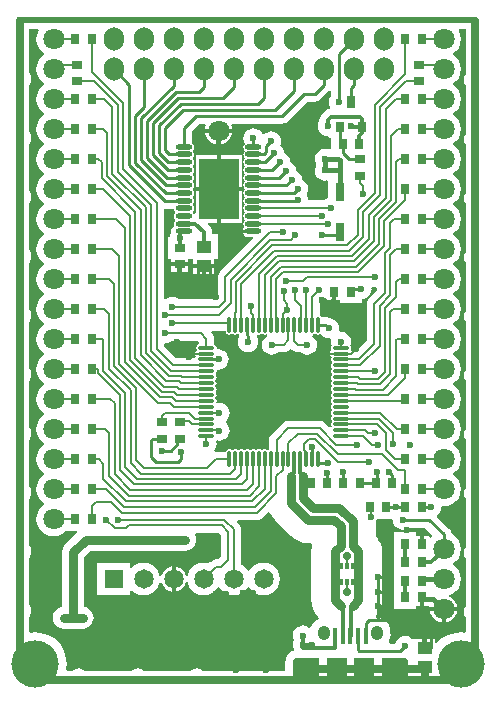
<source format=gtl>
G04*
G04 #@! TF.GenerationSoftware,Altium Limited,Altium Designer,18.1.9 (240)*
G04*
G04 Layer_Physical_Order=1*
G04 Layer_Color=3162822*
%FSLAX44Y44*%
%MOMM*%
G71*
G01*
G75*
%ADD10C,0.2000*%
%ADD11C,0.2500*%
%ADD17R,0.8000X0.9000*%
%ADD18R,1.3000X1.0000*%
%ADD19R,0.9000X0.8000*%
%ADD20R,1.8000X1.9000*%
%ADD21R,0.4000X1.3500*%
%ADD22R,0.8000X1.6000*%
%ADD23R,0.6500X0.9000*%
%ADD24R,0.6500X1.1000*%
%ADD25O,0.3000X1.4000*%
%ADD26O,1.4000X0.3000*%
%ADD27R,3.4000X5.2000*%
%ADD28O,1.4000X0.4500*%
%ADD29R,0.3000X0.5000*%
%ADD49C,0.3500*%
%ADD50C,0.7500*%
%ADD51C,0.6500*%
%ADD52C,0.5500*%
%ADD53C,0.4500*%
%ADD54C,0.8000*%
%ADD55C,0.3000*%
%ADD56C,1.6500*%
%ADD57R,1.6500X1.6500*%
%ADD58C,1.8000*%
%ADD59O,1.7000X2.0000*%
%ADD60O,1.0500X1.2500*%
%ADD61C,4.0000*%
%ADD62C,0.5000*%
%ADD63C,0.6000*%
%ADD64C,0.7000*%
G36*
X270092Y504765D02*
Y500690D01*
X269475Y499887D01*
X268619Y497819D01*
X268327Y495600D01*
X268619Y493381D01*
X269475Y491313D01*
X269594Y491159D01*
X269108Y489986D01*
X268798Y489945D01*
X267095Y489240D01*
X265632Y488117D01*
X262507Y484992D01*
X261385Y483530D01*
X260680Y481827D01*
X260439Y480000D01*
Y479761D01*
X260075Y479286D01*
X259218Y477218D01*
X258926Y474999D01*
X259218Y472780D01*
X260075Y470712D01*
X261437Y468937D01*
X263213Y467574D01*
X265280Y466718D01*
X267499Y466426D01*
X267895Y466478D01*
X268850Y465640D01*
Y464625D01*
X270598D01*
Y455317D01*
X268340D01*
X267219Y455781D01*
X265000Y456073D01*
X262781Y455781D01*
X260713Y454925D01*
X258938Y453562D01*
X257575Y451787D01*
X256719Y449719D01*
X256427Y447500D01*
X256719Y445281D01*
X257183Y444160D01*
Y440840D01*
X256719Y439719D01*
X256427Y437500D01*
X256719Y435281D01*
X257575Y433213D01*
X258938Y431438D01*
X260713Y430075D01*
X262781Y429219D01*
X265000Y428927D01*
X266730Y429154D01*
X268000Y428315D01*
Y413860D01*
X267781Y413831D01*
X265713Y412975D01*
X264581Y412106D01*
X250772D01*
X250481Y414318D01*
X249624Y416386D01*
X249027Y417164D01*
X249525Y417813D01*
X250381Y419881D01*
X250673Y422100D01*
X250381Y424319D01*
X249525Y426387D01*
X248162Y428162D01*
X246387Y429525D01*
X245642Y429833D01*
X245381Y431818D01*
X244524Y433886D01*
X243162Y435661D01*
X241386Y437024D01*
X240642Y437332D01*
X240381Y439318D01*
X239524Y441386D01*
X238162Y443161D01*
X236386Y444524D01*
X235643Y444832D01*
X235381Y446819D01*
X234525Y448886D01*
X233162Y450662D01*
X231387Y452024D01*
X230643Y452332D01*
X230381Y454319D01*
X229525Y456387D01*
X228162Y458162D01*
X227409Y458740D01*
X227881Y459881D01*
X228173Y462100D01*
X227881Y464319D01*
X227025Y466387D01*
X225662Y468162D01*
X223887Y469525D01*
X221819Y470381D01*
X219600Y470673D01*
X217381Y470381D01*
X215313Y469525D01*
X213660Y468256D01*
X212980Y468215D01*
X212264Y468309D01*
X212025Y468887D01*
X210662Y470662D01*
X208887Y472025D01*
X206819Y472881D01*
X204600Y473173D01*
X202381Y472881D01*
X200313Y472025D01*
X198538Y470662D01*
X197175Y468887D01*
X196319Y466819D01*
X196027Y464600D01*
X196319Y462381D01*
X197175Y460313D01*
X197168Y460268D01*
X197146Y460254D01*
X196318Y459013D01*
X196026Y457550D01*
X196318Y456087D01*
X196946Y455147D01*
X197068Y454300D01*
X196946Y453453D01*
X196318Y452513D01*
X196026Y451050D01*
X196318Y449587D01*
X196946Y448647D01*
X197068Y447800D01*
X196946Y446953D01*
X196318Y446013D01*
X196026Y444550D01*
X196318Y443087D01*
X196946Y442147D01*
X197068Y441300D01*
X196946Y440453D01*
X196318Y439513D01*
X196026Y438050D01*
X196318Y436587D01*
X196946Y435647D01*
X197068Y434800D01*
X196946Y433953D01*
X196318Y433013D01*
X196026Y431550D01*
X196318Y430087D01*
X196946Y429147D01*
X197068Y428300D01*
X196946Y427453D01*
X196318Y426513D01*
X196026Y425050D01*
X196318Y423587D01*
X196946Y422647D01*
X197068Y421800D01*
X196946Y420953D01*
X196318Y420013D01*
X196026Y418550D01*
X196318Y417087D01*
X196946Y416147D01*
X197068Y415300D01*
X196946Y414453D01*
X196318Y413513D01*
X196026Y412050D01*
X196318Y410587D01*
X196946Y409647D01*
X197068Y408800D01*
X196946Y407953D01*
X196318Y407013D01*
X196026Y405550D01*
X196318Y404087D01*
X196946Y403147D01*
X197068Y402300D01*
X196946Y401453D01*
X196318Y400513D01*
X196026Y399050D01*
X196318Y397587D01*
X196946Y396647D01*
X197068Y395800D01*
X196946Y394953D01*
X196318Y394013D01*
X196026Y392550D01*
X196318Y391087D01*
X196648Y390593D01*
X196425Y389474D01*
X195376Y387903D01*
X195007Y386050D01*
X195376Y384197D01*
X196425Y382625D01*
X197997Y381576D01*
X199850Y381207D01*
X204036D01*
X204522Y380034D01*
X176116Y351627D01*
X175074Y350270D01*
X174419Y348688D01*
X174195Y346992D01*
Y329831D01*
X172920Y328556D01*
X141419D01*
X140287Y329425D01*
X138219Y330281D01*
X136000Y330573D01*
X133781Y330281D01*
X131713Y329425D01*
X130326Y328360D01*
X129056Y328882D01*
Y404656D01*
X129724Y405242D01*
X137088D01*
X137317Y404087D01*
X137946Y403147D01*
X138068Y402300D01*
X137946Y401453D01*
X137317Y400513D01*
X137027Y399050D01*
X137317Y397587D01*
X137946Y396647D01*
X138068Y395800D01*
X137946Y394953D01*
X137317Y394013D01*
X137027Y392550D01*
X137317Y391087D01*
X137497Y390818D01*
X137008Y390443D01*
X135885Y388980D01*
X135180Y387277D01*
X134940Y385450D01*
Y384762D01*
X134575Y384287D01*
X133719Y382219D01*
X133624Y381502D01*
X132000D01*
Y362502D01*
X135000D01*
Y359752D01*
X142000D01*
X149000D01*
Y362502D01*
X150500D01*
Y362500D01*
X153500D01*
Y358750D01*
X162500D01*
X171500D01*
Y362500D01*
X174500D01*
Y383500D01*
X169813D01*
Y385000D01*
X169813Y385000D01*
X169563Y386893D01*
X168833Y388656D01*
X167671Y390171D01*
X167671Y390171D01*
X165715Y392127D01*
X166201Y393300D01*
X173350D01*
Y420050D01*
X155600D01*
Y401309D01*
X154384Y400302D01*
X153905Y400397D01*
X153882Y400513D01*
X153254Y401453D01*
X153132Y402300D01*
X153254Y403147D01*
X153882Y404087D01*
X154173Y405550D01*
X153882Y407013D01*
X153254Y407953D01*
X153132Y408800D01*
X153254Y409647D01*
X153882Y410587D01*
X154173Y412050D01*
X153882Y413513D01*
X153254Y414453D01*
X153132Y415300D01*
X153254Y416147D01*
X153882Y417087D01*
X154173Y418550D01*
X153882Y420013D01*
X153254Y420953D01*
X153132Y421800D01*
X153254Y422647D01*
X153882Y423587D01*
X154173Y425050D01*
X153882Y426513D01*
X153254Y427453D01*
X153132Y428300D01*
X153254Y429147D01*
X153882Y430087D01*
X154173Y431550D01*
X153882Y433013D01*
X153254Y433953D01*
X153132Y434800D01*
X153254Y435647D01*
X153882Y436587D01*
X154173Y438050D01*
X153882Y439513D01*
X153254Y440453D01*
X153132Y441300D01*
X153254Y442147D01*
X153882Y443087D01*
X154173Y444550D01*
X153882Y446013D01*
X153254Y446953D01*
X153132Y447800D01*
X153254Y448647D01*
X153882Y449587D01*
X154173Y451050D01*
X153882Y452513D01*
X153254Y453453D01*
X153132Y454300D01*
X153254Y455147D01*
X153882Y456087D01*
X154173Y457550D01*
X153882Y459013D01*
X153054Y460254D01*
X152408Y460685D01*
Y470780D01*
X158820Y477192D01*
X163743D01*
X164591Y475922D01*
X163796Y474002D01*
X163631Y472750D01*
X175000D01*
X186369D01*
X186204Y474002D01*
X185409Y475922D01*
X186257Y477192D01*
X228600D01*
X230362Y477424D01*
X232004Y478104D01*
X233414Y479186D01*
X249920Y495692D01*
X256500D01*
X258262Y495924D01*
X259904Y496604D01*
X261314Y497686D01*
X268814Y505186D01*
X268822Y505196D01*
X270092Y504765D01*
D02*
G37*
G36*
X307500Y338927D02*
X308489Y339057D01*
X309444Y338219D01*
Y336443D01*
X302364Y329364D01*
X301322Y328006D01*
X300667Y326425D01*
X300444Y324728D01*
Y293580D01*
X290920Y284056D01*
X288020D01*
X288019Y284061D01*
X287135Y285384D01*
X286658Y285702D01*
X287077Y286329D01*
X287310Y287500D01*
X287077Y288671D01*
X286638Y289328D01*
X287033Y290281D01*
X287325Y292500D01*
X287033Y294719D01*
X286176Y296787D01*
X284814Y298562D01*
X283038Y299925D01*
X280970Y300781D01*
X278752Y301073D01*
X277854Y300955D01*
X276966Y302119D01*
X277197Y303876D01*
X276905Y306095D01*
X276049Y308163D01*
X274686Y309939D01*
X272910Y311301D01*
X270843Y312157D01*
X269665Y312313D01*
X268904Y312896D01*
X267262Y313576D01*
X265500Y313808D01*
X261985D01*
X261414Y314663D01*
X260808Y315068D01*
Y327533D01*
X262219Y327719D01*
X264287Y328575D01*
X265228Y329298D01*
X266498Y328671D01*
Y328000D01*
X271248D01*
Y335000D01*
X274748D01*
Y328000D01*
X277498D01*
Y325000D01*
X296498D01*
Y328492D01*
X298219Y328719D01*
X300287Y329575D01*
X302062Y330938D01*
X303425Y332713D01*
X304281Y334781D01*
X304573Y337000D01*
X304415Y338203D01*
X304804Y338659D01*
X305567Y339181D01*
X307500Y338927D01*
D02*
G37*
G36*
X158195Y292533D02*
Y290349D01*
X158081Y290326D01*
X157089Y289663D01*
X156426Y288671D01*
X156193Y287500D01*
X156426Y286329D01*
X156845Y285702D01*
X156368Y285384D01*
X155484Y284061D01*
X155173Y282500D01*
X155484Y280939D01*
X155893Y280326D01*
X155215Y279056D01*
X139216D01*
X129056Y289216D01*
Y290599D01*
X130000Y291427D01*
X132219Y291719D01*
X134287Y292575D01*
X135419Y293444D01*
X157284D01*
X158195Y292533D01*
D02*
G37*
G36*
X180973Y301322D02*
X181251Y301207D01*
X181426Y300329D01*
X182089Y299337D01*
X183081Y298674D01*
X184251Y298441D01*
X185422Y298674D01*
X186414Y299337D01*
X187089D01*
X188081Y298674D01*
X189251Y298441D01*
X190422Y298674D01*
X191217Y299205D01*
X192003Y298923D01*
X192443Y298613D01*
Y298248D01*
X192627Y296854D01*
X192575Y296787D01*
X191719Y294719D01*
X191427Y292500D01*
X191719Y290281D01*
X192575Y288213D01*
X193938Y286438D01*
X195713Y285075D01*
X197781Y284219D01*
X200000Y283927D01*
X202219Y284219D01*
X204287Y285075D01*
X206062Y286438D01*
X207425Y288213D01*
X208281Y290281D01*
X208573Y292500D01*
X208281Y294719D01*
X207425Y296787D01*
X207323Y296919D01*
X207663Y298239D01*
X208302Y298630D01*
X209251Y298441D01*
X210422Y298674D01*
X211414Y299337D01*
X212089D01*
X213081Y298674D01*
X214251Y298441D01*
X215422Y298674D01*
X215756Y298897D01*
X215834Y298850D01*
X215722Y297428D01*
X215713Y297425D01*
X213938Y296062D01*
X212575Y294287D01*
X211719Y292219D01*
X211427Y290000D01*
X211719Y287781D01*
X212575Y285713D01*
X213938Y283938D01*
X215713Y282575D01*
X217781Y281719D01*
X220000Y281427D01*
X222219Y281719D01*
X224287Y282575D01*
X225419Y283444D01*
X230252D01*
X231949Y283667D01*
X233530Y284322D01*
X234887Y285364D01*
X236127Y286603D01*
X237366Y285364D01*
X238724Y284322D01*
X240305Y283667D01*
X242002Y283444D01*
X244581D01*
X245713Y282575D01*
X247781Y281719D01*
X250000Y281427D01*
X252219Y281719D01*
X254287Y282575D01*
X256062Y283938D01*
X257425Y285713D01*
X258281Y287781D01*
X258573Y290000D01*
X258281Y292219D01*
X257425Y294287D01*
X256062Y296062D01*
X254568Y297209D01*
X254668Y298236D01*
X254817Y298554D01*
X255422Y298674D01*
X256414Y299337D01*
X257089D01*
X258081Y298674D01*
X259251Y298441D01*
X260422Y298674D01*
X261400Y299328D01*
X262561Y297814D01*
X264337Y296451D01*
X266405Y295595D01*
X268624Y295303D01*
X269521Y295421D01*
X270410Y294257D01*
X270178Y292500D01*
X270470Y290281D01*
X270865Y289328D01*
X270426Y288671D01*
X270193Y287500D01*
X270426Y286329D01*
X270844Y285702D01*
X270368Y285384D01*
X269484Y284061D01*
X269173Y282500D01*
X269484Y280939D01*
X270368Y279616D01*
X270844Y279298D01*
X270426Y278671D01*
X270193Y277500D01*
X270426Y276329D01*
X270695Y275927D01*
X270984Y275000D01*
X270695Y274073D01*
X270426Y273671D01*
X270193Y272500D01*
X270426Y271329D01*
X271089Y270337D01*
Y269663D01*
X270426Y268671D01*
X270193Y267500D01*
X270426Y266329D01*
X270695Y265927D01*
X270984Y265000D01*
X270695Y264073D01*
X270426Y263671D01*
X270193Y262500D01*
X270426Y261329D01*
X271089Y260337D01*
Y259663D01*
X270426Y258671D01*
X270193Y257500D01*
X270426Y256329D01*
X271089Y255337D01*
Y254663D01*
X270426Y253671D01*
X270193Y252500D01*
X270426Y251329D01*
X270695Y250927D01*
X270984Y250000D01*
X270695Y249073D01*
X270426Y248671D01*
X270193Y247500D01*
X270426Y246329D01*
X271089Y245337D01*
Y244663D01*
X270426Y243671D01*
X270193Y242500D01*
X270426Y241329D01*
X271089Y240337D01*
Y239663D01*
X270426Y238671D01*
X270193Y237500D01*
X270426Y236329D01*
X270695Y235927D01*
X270984Y235000D01*
X270695Y234073D01*
X270426Y233671D01*
X270193Y232500D01*
X270426Y231329D01*
X271089Y230337D01*
Y229663D01*
X270426Y228671D01*
X270193Y227500D01*
X270426Y226329D01*
X270695Y225927D01*
X270984Y225000D01*
X270695Y224073D01*
X270426Y223671D01*
X270193Y222500D01*
X270426Y221329D01*
X270708Y220907D01*
X270430Y220301D01*
X268946Y220068D01*
X265308Y223705D01*
X263950Y224747D01*
X262369Y225402D01*
X260672Y225626D01*
X234070D01*
X232373Y225402D01*
X230791Y224747D01*
X229434Y223705D01*
X219616Y213887D01*
X218574Y212530D01*
X217919Y210948D01*
X217695Y209252D01*
Y201068D01*
X217679Y201057D01*
X216414Y200663D01*
X215422Y201326D01*
X214251Y201559D01*
X213081Y201326D01*
X212089Y200663D01*
X211414D01*
X210422Y201326D01*
X209251Y201559D01*
X208081Y201326D01*
X207089Y200663D01*
X206414D01*
X205422Y201326D01*
X204251Y201559D01*
X203081Y201326D01*
X202089Y200663D01*
X201414D01*
X200422Y201326D01*
X199251Y201559D01*
X198081Y201326D01*
X197089Y200663D01*
X196414D01*
X195422Y201326D01*
X194251Y201559D01*
X193081Y201326D01*
X192089Y200663D01*
X191414D01*
X190422Y201326D01*
X189251Y201559D01*
X188081Y201326D01*
X187089Y200663D01*
X186414D01*
X185422Y201326D01*
X184251Y201559D01*
X183081Y201326D01*
X182089Y200663D01*
X181426Y199671D01*
X181403Y199556D01*
X173000D01*
X172236Y199456D01*
X171549Y200646D01*
X172176Y201463D01*
X173033Y203531D01*
X173325Y205750D01*
X173055Y207796D01*
X173158Y208049D01*
X173267Y208192D01*
X174020Y208905D01*
X175751Y208677D01*
X177970Y208970D01*
X180037Y209826D01*
X181813Y211189D01*
X183176Y212964D01*
X184032Y215032D01*
X184324Y217251D01*
X184032Y219470D01*
X183176Y221537D01*
X181813Y223313D01*
X180982Y223950D01*
Y225551D01*
X181813Y226189D01*
X183176Y227964D01*
X184032Y230032D01*
X184324Y232251D01*
X184032Y234470D01*
X183176Y236537D01*
X181813Y238313D01*
X180037Y239676D01*
X177970Y240532D01*
X175751Y240824D01*
X174124Y240610D01*
X173812Y240824D01*
X173181Y241616D01*
X173152Y241705D01*
X173310Y242500D01*
X173077Y243671D01*
X172414Y244663D01*
Y245337D01*
X173077Y246329D01*
X173310Y247500D01*
X173077Y248671D01*
X172808Y249073D01*
X172519Y250000D01*
X172808Y250927D01*
X173077Y251329D01*
X173310Y252500D01*
X173077Y253671D01*
X172414Y254663D01*
Y255337D01*
X173077Y256329D01*
X173310Y257500D01*
X173077Y258671D01*
X172414Y259663D01*
Y260337D01*
X173077Y261329D01*
X173310Y262500D01*
X173077Y263671D01*
X172808Y264073D01*
X172519Y265000D01*
X172808Y265927D01*
X173077Y266329D01*
X173310Y267500D01*
X173235Y267878D01*
X174252Y269025D01*
X175000Y268927D01*
X177219Y269219D01*
X179287Y270075D01*
X181062Y271438D01*
X182425Y273213D01*
X183281Y275281D01*
X183573Y277500D01*
X183281Y279719D01*
X182425Y281787D01*
X181062Y283562D01*
X179287Y284925D01*
X177219Y285781D01*
X175000Y286073D01*
X174252Y285975D01*
X173235Y287122D01*
X173310Y287500D01*
X173077Y288671D01*
X172414Y289663D01*
X171422Y290326D01*
X171308Y290349D01*
Y295248D01*
X171084Y296945D01*
X170429Y298526D01*
X169387Y299884D01*
X169001Y300271D01*
X169487Y301444D01*
X180815D01*
X180973Y301322D01*
D02*
G37*
G36*
X384683Y519418D02*
X384202Y518791D01*
X383245Y516480D01*
X382918Y514000D01*
X383245Y511520D01*
X384202Y509209D01*
X384683Y508582D01*
Y469418D01*
X384202Y468791D01*
X383245Y466480D01*
X382918Y464000D01*
X383245Y461520D01*
X384202Y459209D01*
X384683Y458582D01*
Y419418D01*
X384202Y418791D01*
X383245Y416480D01*
X382918Y414000D01*
X383245Y411520D01*
X384202Y409209D01*
X384683Y408582D01*
Y369418D01*
X384202Y368791D01*
X383245Y366480D01*
X382918Y364000D01*
X383245Y361520D01*
X384202Y359209D01*
X384683Y358582D01*
Y319418D01*
X384202Y318791D01*
X383245Y316480D01*
X382918Y314000D01*
X383245Y311520D01*
X384202Y309209D01*
X384683Y308582D01*
Y269418D01*
X384202Y268791D01*
X383245Y266480D01*
X382918Y264000D01*
X383245Y261520D01*
X384202Y259209D01*
X384683Y258582D01*
Y219418D01*
X384202Y218791D01*
X383245Y216480D01*
X382918Y214000D01*
X383245Y211520D01*
X384202Y209209D01*
X384683Y208582D01*
Y169418D01*
X384202Y168791D01*
X383245Y166480D01*
X382918Y164000D01*
X383245Y161520D01*
X384202Y159209D01*
X384683Y158582D01*
Y119418D01*
X384202Y118791D01*
X383245Y116480D01*
X382918Y114000D01*
X383245Y111520D01*
X384202Y109209D01*
X384683Y108582D01*
Y69418D01*
X384202Y68791D01*
X383245Y66480D01*
X382918Y64000D01*
X383245Y61520D01*
X384202Y59209D01*
X384683Y58582D01*
Y47304D01*
X383413Y46313D01*
X380000Y46582D01*
X375842Y46255D01*
X371786Y45281D01*
X367932Y43685D01*
X364375Y41505D01*
X361204Y38796D01*
X359692Y37026D01*
X358500Y37465D01*
Y40500D01*
X351250D01*
Y33000D01*
X347750D01*
Y40500D01*
X340500D01*
X340500Y40500D01*
Y40500D01*
X339285Y40773D01*
X339062Y41062D01*
X337287Y42425D01*
X335219Y43281D01*
X333000Y43573D01*
X330781Y43281D01*
X328713Y42425D01*
X326938Y41062D01*
X325575Y39287D01*
X324818Y37458D01*
X319498D01*
X318936Y38597D01*
X319264Y39024D01*
X320448Y41883D01*
X320851Y44950D01*
Y46950D01*
X320448Y50017D01*
X319264Y52876D01*
X317380Y55330D01*
X314926Y57214D01*
X312067Y58398D01*
X309000Y58801D01*
X308536Y58740D01*
X307971Y59947D01*
X310210Y62675D01*
X312067Y66150D01*
X313211Y69920D01*
X313597Y73840D01*
Y90578D01*
Y114944D01*
X313597Y114944D01*
X313211Y118864D01*
X312067Y122634D01*
X310210Y126109D01*
X308637Y128026D01*
Y140602D01*
X308637Y140602D01*
X308542Y141559D01*
X309395Y142500D01*
X321988D01*
X322427Y142000D01*
X322719Y139781D01*
X323575Y137713D01*
X324938Y135938D01*
X326713Y134575D01*
X328781Y133719D01*
X331000Y133427D01*
X333219Y133719D01*
X335287Y134575D01*
X336090Y135192D01*
X350180D01*
X356146Y129226D01*
X356063Y127959D01*
X355258Y127341D01*
X354700Y126614D01*
X353498Y127022D01*
Y128000D01*
X348748D01*
Y121000D01*
X345248D01*
Y128000D01*
X342497D01*
Y131000D01*
X323498D01*
Y111000D01*
X323498D01*
Y96000D01*
Y80000D01*
X323498D01*
Y66000D01*
X342498D01*
Y69000D01*
X345248D01*
Y76000D01*
X348748D01*
Y69000D01*
X353088D01*
X354243Y68038D01*
X354231Y67950D01*
X365600D01*
X376969D01*
X376804Y69202D01*
X375645Y72000D01*
X373802Y74402D01*
X371400Y76245D01*
X370569Y76589D01*
Y77964D01*
X372912Y78934D01*
X375942Y81258D01*
X378266Y84288D01*
X379727Y87815D01*
X380225Y91600D01*
X379727Y95385D01*
X378266Y98912D01*
X375942Y101941D01*
X373911Y103500D01*
Y105100D01*
X375942Y106658D01*
X378266Y109688D01*
X379727Y113215D01*
X380225Y117000D01*
X379727Y120785D01*
X378266Y124312D01*
X375942Y127341D01*
X372912Y129666D01*
X372342Y129902D01*
X372176Y131162D01*
X371496Y132804D01*
X370414Y134214D01*
X360118Y144510D01*
X360201Y145777D01*
X361062Y146438D01*
X362425Y148213D01*
X363281Y150281D01*
X363529Y152167D01*
X364500Y153320D01*
X365600Y153175D01*
X369385Y153673D01*
X372912Y155134D01*
X375942Y157458D01*
X378266Y160487D01*
X379727Y164015D01*
X380225Y167800D01*
X379727Y171585D01*
X378266Y175112D01*
X375942Y178141D01*
X373911Y179700D01*
Y181300D01*
X375942Y182859D01*
X378266Y185888D01*
X379727Y189415D01*
X380225Y193200D01*
X379727Y196985D01*
X378266Y200513D01*
X375942Y203542D01*
X373911Y205100D01*
Y206700D01*
X375942Y208258D01*
X378266Y211287D01*
X379727Y214815D01*
X380225Y218600D01*
X379727Y222385D01*
X378266Y225912D01*
X375942Y228941D01*
X373911Y230500D01*
Y232100D01*
X375942Y233659D01*
X378266Y236688D01*
X379727Y240215D01*
X380225Y244000D01*
X379727Y247785D01*
X378266Y251313D01*
X375942Y254342D01*
X373911Y255900D01*
Y257500D01*
X375942Y259058D01*
X378266Y262087D01*
X379727Y265615D01*
X380225Y269400D01*
X379727Y273185D01*
X378266Y276712D01*
X375942Y279741D01*
X373911Y281300D01*
Y282900D01*
X375942Y284459D01*
X378266Y287488D01*
X379727Y291015D01*
X380225Y294800D01*
X379727Y298585D01*
X378266Y302113D01*
X375942Y305142D01*
X373911Y306700D01*
Y308300D01*
X375942Y309858D01*
X378266Y312887D01*
X379727Y316415D01*
X380225Y320200D01*
X379727Y323985D01*
X378266Y327513D01*
X375942Y330541D01*
X373911Y332100D01*
Y333700D01*
X375942Y335258D01*
X378266Y338288D01*
X379727Y341815D01*
X380225Y345600D01*
X379727Y349385D01*
X378266Y352912D01*
X375942Y355942D01*
X373911Y357500D01*
Y359100D01*
X375942Y360658D01*
X378266Y363688D01*
X379727Y367215D01*
X380225Y371000D01*
X379727Y374785D01*
X378266Y378312D01*
X375942Y381342D01*
X373911Y382900D01*
Y384500D01*
X375942Y386059D01*
X378266Y389087D01*
X379727Y392615D01*
X380225Y396400D01*
X379727Y400185D01*
X378266Y403713D01*
X375942Y406741D01*
X373911Y408300D01*
Y409900D01*
X375942Y411459D01*
X378266Y414487D01*
X379727Y418015D01*
X380225Y421800D01*
X379727Y425585D01*
X378266Y429113D01*
X375942Y432141D01*
X373911Y433700D01*
Y435300D01*
X375942Y436858D01*
X378266Y439888D01*
X379727Y443415D01*
X380225Y447200D01*
X379727Y450985D01*
X378266Y454512D01*
X375942Y457542D01*
X373911Y459100D01*
Y460700D01*
X375942Y462258D01*
X378266Y465288D01*
X379727Y468815D01*
X380225Y472600D01*
X379727Y476385D01*
X378266Y479912D01*
X375942Y482942D01*
X373911Y484500D01*
Y486100D01*
X375942Y487659D01*
X378266Y490687D01*
X379727Y494215D01*
X380225Y498000D01*
X379727Y501785D01*
X378266Y505312D01*
X375942Y508341D01*
X373911Y509900D01*
Y511500D01*
X375942Y513059D01*
X378266Y516087D01*
X379727Y519615D01*
X380225Y523400D01*
X379727Y527185D01*
X378266Y530713D01*
X375942Y533741D01*
X373911Y535300D01*
Y536900D01*
X375942Y538459D01*
X378266Y541488D01*
X379727Y545015D01*
X380225Y548800D01*
X379727Y552585D01*
X378266Y556113D01*
X377931Y556548D01*
X378493Y557687D01*
X384683D01*
Y519418D01*
D02*
G37*
G36*
X23069Y556548D02*
X22734Y556113D01*
X21273Y552585D01*
X20775Y548800D01*
X21273Y545015D01*
X22734Y541488D01*
X25058Y538459D01*
X27089Y536900D01*
Y535300D01*
X25058Y533741D01*
X22734Y530713D01*
X21273Y527185D01*
X20775Y523400D01*
X21273Y519615D01*
X22734Y516087D01*
X25058Y513059D01*
X27089Y511500D01*
Y509900D01*
X25058Y508341D01*
X22734Y505312D01*
X21273Y501785D01*
X20775Y498000D01*
X21273Y494215D01*
X22734Y490687D01*
X25058Y487659D01*
X27089Y486100D01*
Y484500D01*
X25058Y482942D01*
X22734Y479912D01*
X21273Y476385D01*
X20775Y472600D01*
X21273Y468815D01*
X22734Y465288D01*
X25058Y462258D01*
X27089Y460700D01*
Y459100D01*
X25058Y457542D01*
X22734Y454512D01*
X21273Y450985D01*
X20775Y447200D01*
X21273Y443415D01*
X22734Y439888D01*
X25058Y436858D01*
X27089Y435300D01*
Y433700D01*
X25058Y432141D01*
X22734Y429113D01*
X21273Y425585D01*
X20775Y421800D01*
X21273Y418015D01*
X22734Y414487D01*
X25058Y411459D01*
X27089Y409900D01*
Y408300D01*
X25058Y406741D01*
X22734Y403713D01*
X21273Y400185D01*
X20775Y396400D01*
X21273Y392615D01*
X22734Y389087D01*
X25058Y386059D01*
X27089Y384500D01*
Y382900D01*
X25058Y381342D01*
X22734Y378312D01*
X21273Y374785D01*
X20775Y371000D01*
X21273Y367215D01*
X22734Y363688D01*
X25058Y360658D01*
X27089Y359100D01*
Y357500D01*
X25058Y355942D01*
X22734Y352912D01*
X21273Y349385D01*
X20775Y345600D01*
X21273Y341815D01*
X22734Y338288D01*
X25058Y335258D01*
X27089Y333700D01*
Y332100D01*
X25058Y330541D01*
X22734Y327513D01*
X21273Y323985D01*
X20775Y320200D01*
X21273Y316415D01*
X22734Y312887D01*
X25058Y309858D01*
X27089Y308300D01*
Y306700D01*
X25058Y305142D01*
X22734Y302113D01*
X21273Y298585D01*
X20775Y294800D01*
X21273Y291015D01*
X22734Y287488D01*
X25058Y284459D01*
X27089Y282900D01*
Y281300D01*
X25058Y279741D01*
X22734Y276712D01*
X21273Y273185D01*
X20775Y269400D01*
X21273Y265615D01*
X22734Y262087D01*
X25058Y259058D01*
X27089Y257500D01*
Y255900D01*
X25058Y254342D01*
X22734Y251313D01*
X21273Y247785D01*
X20775Y244000D01*
X21273Y240215D01*
X22734Y236688D01*
X25058Y233659D01*
X27089Y232100D01*
Y230500D01*
X25058Y228941D01*
X22734Y225912D01*
X21273Y222385D01*
X20775Y218600D01*
X21273Y214815D01*
X22734Y211287D01*
X25058Y208258D01*
X27089Y206700D01*
Y205100D01*
X25058Y203542D01*
X22734Y200513D01*
X21273Y196985D01*
X20775Y193200D01*
X21273Y189415D01*
X22734Y185888D01*
X25058Y182859D01*
X27089Y181300D01*
Y179700D01*
X25058Y178141D01*
X22734Y175112D01*
X21273Y171585D01*
X20775Y167800D01*
X21273Y164015D01*
X22734Y160487D01*
X25058Y157458D01*
X27089Y155900D01*
Y154300D01*
X25058Y152741D01*
X22734Y149712D01*
X21273Y146185D01*
X20775Y142400D01*
X21273Y138615D01*
X22734Y135087D01*
X25058Y132058D01*
X28087Y129734D01*
X31615Y128273D01*
X35400Y127775D01*
X39185Y128273D01*
X42712Y129734D01*
X45742Y132058D01*
X46003Y132400D01*
X54910D01*
X55436Y131130D01*
X45403Y121097D01*
X43920Y119165D01*
X42988Y116915D01*
X42670Y114500D01*
Y68155D01*
X41585Y68012D01*
X39335Y67080D01*
X37403Y65597D01*
X35920Y63665D01*
X34988Y61415D01*
X34670Y59000D01*
X34988Y56585D01*
X35920Y54335D01*
X37403Y52403D01*
X39335Y50920D01*
X41585Y49988D01*
X44000Y49670D01*
X60000D01*
X62415Y49988D01*
X64665Y50920D01*
X66597Y52403D01*
X68080Y54335D01*
X69012Y56585D01*
X69330Y59000D01*
X69012Y61415D01*
X68080Y63665D01*
X66597Y65597D01*
X64665Y67080D01*
X62415Y68012D01*
X61330Y68155D01*
Y110635D01*
X66364Y115670D01*
X147000D01*
X149415Y115988D01*
X151665Y116920D01*
X153597Y118403D01*
X155080Y120335D01*
X156012Y122585D01*
X156330Y125000D01*
X156012Y127415D01*
X155283Y129174D01*
X155960Y130444D01*
X175284D01*
X176744Y128984D01*
Y110216D01*
X174784Y108256D01*
X172500D01*
X170803Y108033D01*
X169222Y107378D01*
X167864Y106336D01*
X166368Y104839D01*
X165989Y104996D01*
X162400Y105469D01*
X158811Y104996D01*
X155466Y103611D01*
X152593Y101407D01*
X150389Y98534D01*
X149004Y95190D01*
X148827Y93850D01*
X147547D01*
X147473Y94406D01*
X146390Y97021D01*
X144667Y99267D01*
X142421Y100990D01*
X139806Y102073D01*
X138750Y102212D01*
Y91600D01*
Y80988D01*
X139806Y81127D01*
X142421Y82210D01*
X144667Y83933D01*
X146390Y86179D01*
X147473Y88794D01*
X147547Y89350D01*
X148827D01*
X149004Y88011D01*
X150389Y84666D01*
X152593Y81793D01*
X155466Y79589D01*
X158811Y78204D01*
X162400Y77731D01*
X165989Y78204D01*
X169334Y79589D01*
X172207Y81793D01*
X174410Y84666D01*
X174465Y84797D01*
X175735D01*
X175789Y84666D01*
X177993Y81793D01*
X180866Y79589D01*
X184210Y78204D01*
X187800Y77731D01*
X191389Y78204D01*
X194734Y79589D01*
X197607Y81793D01*
X199811Y84666D01*
X199865Y84797D01*
X201135D01*
X201189Y84666D01*
X203393Y81793D01*
X206266Y79589D01*
X209611Y78204D01*
X213200Y77731D01*
X216789Y78204D01*
X220134Y79589D01*
X223007Y81793D01*
X225210Y84666D01*
X226596Y88011D01*
X227069Y91600D01*
X226596Y95190D01*
X225210Y98534D01*
X223007Y101407D01*
X220134Y103611D01*
X216789Y104996D01*
X213200Y105469D01*
X209611Y104996D01*
X206266Y103611D01*
X203393Y101407D01*
X201189Y98534D01*
X201135Y98403D01*
X199865D01*
X199811Y98534D01*
X197607Y101407D01*
X194734Y103611D01*
X194356Y103767D01*
Y133564D01*
X194133Y135261D01*
X193478Y136842D01*
X192436Y138200D01*
X190614Y140021D01*
X191100Y141195D01*
X207374D01*
X209071Y141418D01*
X210652Y142073D01*
X212010Y143115D01*
X217031Y148136D01*
X218499Y147808D01*
X220042Y144921D01*
X222541Y141876D01*
X236647Y127769D01*
X239693Y125270D01*
X243167Y123413D01*
X246937Y122269D01*
X250858Y121883D01*
X253639D01*
X254396Y120863D01*
X253789Y118864D01*
X253403Y114944D01*
Y102500D01*
Y74000D01*
X253789Y70079D01*
X254933Y66309D01*
X256790Y62835D01*
X259289Y59790D01*
X260093Y58986D01*
X259845Y57740D01*
X258574Y57214D01*
X256120Y55330D01*
X254236Y52876D01*
X253433Y50937D01*
X251887Y50522D01*
X251037Y51175D01*
X248969Y52031D01*
X246750Y52323D01*
X244531Y52031D01*
X242463Y51175D01*
X240688Y49812D01*
X239325Y48037D01*
X238469Y45969D01*
X238177Y43750D01*
X238469Y41531D01*
X239186Y39800D01*
X238469Y38069D01*
X238177Y35850D01*
X238469Y33631D01*
X238932Y32514D01*
X238932Y32271D01*
X238751Y31723D01*
X238240Y30989D01*
X238119Y30957D01*
X237017Y30500D01*
X236644Y30285D01*
X236248Y30121D01*
X235907Y29859D01*
X235534Y29644D01*
X235231Y29341D01*
X234890Y29079D01*
X234046Y28235D01*
X233784Y27894D01*
X233480Y27590D01*
X233265Y27218D01*
X233004Y26877D01*
X232840Y26480D01*
X232625Y26108D01*
X232168Y25006D01*
X232057Y24591D01*
X231892Y24194D01*
X231836Y23767D01*
X231725Y23352D01*
Y22923D01*
X231669Y22497D01*
Y14067D01*
X162244D01*
X161291Y14798D01*
X158980Y15755D01*
X156500Y16082D01*
X154020Y15755D01*
X151709Y14798D01*
X150756Y14067D01*
X112244D01*
X111291Y14798D01*
X108980Y15755D01*
X106500Y16082D01*
X104020Y15755D01*
X101709Y14798D01*
X100756Y14067D01*
X62244D01*
X61291Y14798D01*
X58980Y15755D01*
X56500Y16082D01*
X54020Y15755D01*
X51709Y14798D01*
X50756Y14067D01*
X46854D01*
X46068Y15064D01*
X46255Y15842D01*
X46582Y20000D01*
X46255Y24158D01*
X45281Y28214D01*
X43685Y32068D01*
X41505Y35624D01*
X38796Y38796D01*
X35624Y41505D01*
X32068Y43685D01*
X28214Y45281D01*
X24158Y46255D01*
X20000Y46582D01*
X16087Y46274D01*
X15276Y46672D01*
X14817Y47034D01*
Y59582D01*
X15298Y60209D01*
X16255Y62520D01*
X16582Y65000D01*
X16255Y67480D01*
X15298Y69791D01*
X14817Y70418D01*
Y109582D01*
X15298Y110209D01*
X16255Y112520D01*
X16582Y115000D01*
X16255Y117480D01*
X15298Y119791D01*
X14817Y120418D01*
Y159582D01*
X15298Y160209D01*
X16255Y162520D01*
X16582Y165000D01*
X16255Y167480D01*
X15298Y169791D01*
X14817Y170418D01*
Y209582D01*
X15298Y210209D01*
X16255Y212520D01*
X16582Y215000D01*
X16255Y217480D01*
X15298Y219791D01*
X14817Y220418D01*
Y259582D01*
X15298Y260209D01*
X16255Y262520D01*
X16582Y265000D01*
X16255Y267480D01*
X15298Y269791D01*
X14817Y270418D01*
Y309582D01*
X15298Y310209D01*
X16255Y312520D01*
X16582Y315000D01*
X16255Y317480D01*
X15298Y319791D01*
X14817Y320418D01*
Y359582D01*
X15298Y360209D01*
X16255Y362520D01*
X16582Y365000D01*
X16255Y367480D01*
X15298Y369791D01*
X14817Y370418D01*
Y409582D01*
X15298Y410209D01*
X16255Y412520D01*
X16582Y415000D01*
X16255Y417480D01*
X15298Y419791D01*
X14817Y420418D01*
X14817Y459582D01*
X15298Y460209D01*
X16255Y462520D01*
X16582Y465000D01*
X16255Y467480D01*
X15298Y469791D01*
X14817Y470418D01*
Y509582D01*
X15298Y510209D01*
X16255Y512520D01*
X16582Y515000D01*
X16255Y517480D01*
X15298Y519791D01*
X14817Y520418D01*
Y557687D01*
X22507D01*
X23069Y556548D01*
D02*
G37*
G36*
X333974Y24443D02*
X334818Y23599D01*
X335275Y22497D01*
Y21900D01*
Y10900D01*
Y9905D01*
X334514Y8068D01*
X333107Y6661D01*
X331269Y5900D01*
X313425D01*
Y24900D01*
X332872D01*
X333974Y24443D01*
D02*
G37*
G36*
X260075Y5900D02*
X242230D01*
X240393Y6661D01*
X238986Y8068D01*
X238225Y9905D01*
Y10900D01*
Y21900D01*
Y22497D01*
X238682Y23599D01*
X239526Y24443D01*
X240628Y24900D01*
X260075D01*
Y5900D01*
D02*
G37*
%LPC*%
G36*
X173250Y469250D02*
X163631D01*
X163796Y467998D01*
X164955Y465200D01*
X166798Y462798D01*
X169200Y460955D01*
X171998Y459796D01*
X173250Y459631D01*
Y469250D01*
D02*
G37*
G36*
X186369D02*
X176750D01*
Y459631D01*
X178002Y459796D01*
X180800Y460955D01*
X183202Y462798D01*
X185045Y465200D01*
X186204Y467998D01*
X186369Y469250D01*
D02*
G37*
G36*
X194600Y450300D02*
X176850D01*
Y423550D01*
X194600D01*
Y450300D01*
D02*
G37*
G36*
X173350D02*
X155600D01*
Y423550D01*
X173350D01*
Y450300D01*
D02*
G37*
G36*
X194600Y420050D02*
X176850D01*
Y393300D01*
X194600D01*
Y420050D01*
D02*
G37*
G36*
X149000Y356252D02*
X143750D01*
Y351502D01*
X149000D01*
Y356252D01*
D02*
G37*
G36*
X140250D02*
X135000D01*
Y351502D01*
X140250D01*
Y356252D01*
D02*
G37*
G36*
X171500Y355250D02*
X164250D01*
Y349500D01*
X171500D01*
Y355250D01*
D02*
G37*
G36*
X160750D02*
X153500D01*
Y349500D01*
X160750D01*
Y355250D01*
D02*
G37*
G36*
X363850Y64450D02*
X354231D01*
X354396Y63198D01*
X355555Y60400D01*
X357398Y57998D01*
X359800Y56155D01*
X362598Y54996D01*
X363850Y54831D01*
Y64450D01*
D02*
G37*
G36*
X376969D02*
X367350D01*
Y54831D01*
X368602Y54996D01*
X371400Y56155D01*
X373802Y57998D01*
X375645Y60400D01*
X376804Y63198D01*
X376969Y64450D01*
D02*
G37*
G36*
X111600Y105469D02*
X108011Y104996D01*
X104666Y103611D01*
X101793Y101407D01*
X101153Y100571D01*
X99950Y100980D01*
Y105350D01*
X72450D01*
Y77850D01*
X99950D01*
Y82220D01*
X101153Y82628D01*
X101793Y81793D01*
X104666Y79589D01*
X108011Y78204D01*
X111600Y77731D01*
X115189Y78204D01*
X118534Y79589D01*
X121407Y81793D01*
X123610Y84666D01*
X124996Y88011D01*
X125172Y89350D01*
X126453D01*
X126527Y88794D01*
X127610Y86179D01*
X129333Y83933D01*
X131579Y82210D01*
X134194Y81127D01*
X135250Y80988D01*
Y91600D01*
Y102212D01*
X134194Y102073D01*
X131579Y100990D01*
X129333Y99267D01*
X127610Y97021D01*
X126527Y94406D01*
X126453Y93850D01*
X125172D01*
X124996Y95190D01*
X123610Y98534D01*
X121407Y101407D01*
X118534Y103611D01*
X115189Y104996D01*
X111600Y105469D01*
D02*
G37*
%LPD*%
D10*
X234251Y193000D02*
Y206752D01*
X242069Y214570D01*
X187800Y91600D02*
Y133564D01*
X90000Y142000D02*
X179364D01*
X187800Y133564D01*
X183300Y107500D02*
Y131700D01*
X178000Y137000D02*
X183300Y131700D01*
X99000Y137000D02*
X178000D01*
X177500Y101700D02*
X183300Y107500D01*
X172500Y101700D02*
X177500D01*
X162400Y91600D02*
X172500Y101700D01*
X97000Y135000D02*
X99000Y137000D01*
X87000Y135000D02*
X97000D01*
X80000Y142000D02*
X87000Y135000D01*
X93249Y147751D02*
X207374D01*
X84000Y157000D02*
X93249Y147751D01*
X95249Y152251D02*
X205510D01*
X79700Y167800D02*
X95249Y152251D01*
X96613Y157251D02*
X203439D01*
X77500Y176364D02*
X96613Y157251D01*
X254251Y307000D02*
Y330252D01*
X260000Y336000D01*
X240000Y327500D02*
Y336000D01*
Y327500D02*
X244499Y323000D01*
Y307248D02*
Y323000D01*
X244251Y307000D02*
X244499Y307248D01*
X249000Y307252D02*
Y335999D01*
Y307252D02*
X249251Y307000D01*
X229251Y315751D02*
X233251Y319751D01*
Y324749D01*
X232500Y344000D02*
X246559D01*
X224000Y345692D02*
X229808Y351500D01*
X230500Y327500D02*
X233251Y324749D01*
X230500Y327500D02*
Y335500D01*
X224000Y307251D02*
Y345692D01*
Y307251D02*
X224251Y307000D01*
X219251D02*
Y347308D01*
X227944Y356000D01*
X246559Y344000D02*
X249559Y347000D01*
X214251Y348672D02*
X226080Y360500D01*
X209251Y350036D02*
X224216Y365000D01*
X194251Y341400D02*
X222352Y369500D01*
X189751Y343264D02*
X220488Y374000D01*
X185252Y345128D02*
X218624Y378500D01*
X180751Y346992D02*
X218760Y385000D01*
X249559Y347000D02*
X307000D01*
X279251Y267000D02*
X280251Y268000D01*
X175000Y471000D02*
X175100Y470900D01*
Y443800D02*
Y470900D01*
X335000Y133000D02*
X343000D01*
X346998Y129002D01*
Y121000D02*
Y129002D01*
X225000Y247500D02*
Y268000D01*
X232000Y275000D01*
X257500D01*
Y280500D01*
X259500Y282500D01*
X278752D01*
X302998Y152500D02*
X304000Y151498D01*
Y144000D02*
Y151498D01*
X71000Y157000D02*
X84000D01*
X98885Y162251D02*
X201368D01*
X82500Y178636D02*
X98885Y162251D01*
X100249Y167251D02*
X199297D01*
X87000Y180500D02*
X100249Y167251D01*
X103249Y171751D02*
X195000D01*
X91500Y183500D02*
X103249Y171751D01*
X106249Y176251D02*
X190000D01*
X96000Y186500D02*
X106249Y176251D01*
X67798Y142400D02*
Y153798D01*
X71000Y157000D01*
X332998Y90000D02*
X332998Y90000D01*
X323000Y206000D02*
Y215055D01*
X310555Y227500D02*
X323000Y215055D01*
X316500Y200864D02*
Y215191D01*
X309191Y222500D02*
X316500Y215191D01*
Y200864D02*
X324164Y193200D01*
X333202D01*
X327000Y184000D02*
X332000D01*
X313500Y197500D02*
X327000Y184000D01*
X275877Y197500D02*
X313500D01*
X333202Y167800D02*
Y182798D01*
X332000Y184000D02*
X333202Y182798D01*
X276014Y191000D02*
X302000D01*
X256944Y210070D02*
X276014Y191000D01*
X259251Y190000D02*
Y193000D01*
Y188249D02*
Y190000D01*
X258808Y214570D02*
X275877Y197500D01*
X274742Y205000D02*
X292499D01*
X260672Y219070D02*
X274742Y205000D01*
X283500Y80802D02*
Y88802D01*
X164751Y287500D02*
Y295248D01*
X160000Y300000D02*
X164751Y295248D01*
X130000Y300000D02*
X160000D01*
X278752Y287500D02*
Y292500D01*
X150000Y280000D02*
X152500Y282500D01*
X164751D01*
Y217500D02*
X176000D01*
X220000Y290000D02*
X220000Y290000D01*
X230252D01*
X234251Y294000D01*
X239251Y292750D02*
Y307000D01*
X242002Y290000D02*
X250000D01*
X242002Y290000D02*
X242002Y290000D01*
X239251Y292750D02*
X242002Y290000D01*
X278251Y282000D02*
X278752Y282500D01*
X234251Y294000D02*
Y307000D01*
X136000Y308000D02*
X183251D01*
X184251Y307000D01*
X175636Y322000D02*
X180751Y327116D01*
X136000Y322000D02*
X175636D01*
X130000Y315000D02*
X175000D01*
X333202Y412189D02*
Y421800D01*
X315500Y394488D02*
X333202Y412189D01*
X321000Y412716D02*
Y467000D01*
X306500Y398216D02*
X321000Y412716D01*
X325500Y410852D02*
Y444500D01*
X311000Y396352D02*
X325500Y410852D01*
X297500Y401944D02*
X312000Y416444D01*
X307500Y418308D02*
Y493162D01*
X293000Y403808D02*
X307500Y418308D01*
X302000Y400080D02*
X316500Y414580D01*
X315500Y373680D02*
Y394488D01*
X323776Y396400D02*
X333202D01*
X320000Y392624D02*
X323776Y396400D01*
X320000Y371816D02*
Y392624D01*
X312000Y416444D02*
Y491298D01*
X316500Y414580D02*
Y489434D01*
X297500Y381136D02*
Y401944D01*
X293000Y383000D02*
Y403808D01*
X302000Y379272D02*
Y400080D01*
X306500Y377408D02*
Y398216D01*
X311000Y375544D02*
Y396352D01*
X293320Y351500D02*
X315500Y373680D01*
X284000Y374000D02*
X293000Y383000D01*
X285864Y369500D02*
X297500Y381136D01*
X287728Y365000D02*
X302000Y379272D01*
X289592Y360500D02*
X306500Y377408D01*
X291456Y356000D02*
X311000Y375544D01*
X316000Y367816D02*
X320000Y371816D01*
X35400Y498000D02*
X35400Y498000D01*
X53798D01*
X35400Y472600D02*
X35400Y472600D01*
X53798D01*
X35400Y447200D02*
X35400Y447200D01*
X53798D01*
X35400Y421800D02*
X35400Y421800D01*
X53798D01*
X35400Y396400D02*
X35400Y396400D01*
X53798D01*
X35400Y371000D02*
X35400Y371000D01*
X53798D01*
X35400Y345600D02*
X35400Y345600D01*
X53798D01*
X35400Y320200D02*
X35400Y320200D01*
X53798D01*
X35400Y294800D02*
X35400Y294800D01*
X53798D01*
X35400Y269400D02*
X35400Y269400D01*
X53798D01*
X35400Y244000D02*
X35400Y244000D01*
X53798D01*
X35400Y218600D02*
X35400Y218600D01*
X53798D01*
X35400Y193200D02*
X35400Y193200D01*
X53798D01*
X35400Y167800D02*
X35400Y167800D01*
X53798D01*
X35400Y142400D02*
X35400Y142400D01*
X53798D01*
X365600Y167800D02*
X365600Y167800D01*
X347202Y167800D02*
X365600D01*
Y193200D02*
X365600Y193200D01*
X347202Y193200D02*
X365600D01*
Y218600D02*
X365600Y218600D01*
X347202Y218600D02*
X365600D01*
Y244000D02*
X365600Y244000D01*
X347202Y244000D02*
X365600D01*
Y269400D02*
X365600Y269400D01*
X347202Y269400D02*
X365600D01*
Y294800D02*
X365600Y294800D01*
X347202Y294800D02*
X365600D01*
Y320200D02*
X365600Y320200D01*
X347202Y320200D02*
X365600D01*
Y345600D02*
X365600Y345600D01*
X347202Y345600D02*
X365600D01*
Y371000D02*
X365600Y371000D01*
X347202Y371000D02*
X365600D01*
Y396400D02*
X365600Y396400D01*
X347202Y396400D02*
X365600D01*
Y421800D02*
X365600Y421800D01*
X347202Y421800D02*
X365600D01*
Y447200D02*
X365600Y447200D01*
X347202Y447200D02*
X365600D01*
Y472600D02*
X365600Y472600D01*
X347202Y472600D02*
X365600D01*
Y498000D02*
X365600Y498000D01*
X347202Y498000D02*
X365600D01*
Y548800D02*
X365600Y548800D01*
X347202Y548800D02*
X365600D01*
X278752Y232500D02*
X311919D01*
X333202Y262202D02*
Y269400D01*
X318499Y247500D02*
X333202Y262202D01*
X278752Y247500D02*
X318499D01*
X325000Y263080D02*
Y294000D01*
X325800Y294800D01*
X333202D01*
X327600Y345600D02*
X333202D01*
X325000Y343000D02*
X327600Y345600D01*
X325000Y330000D02*
Y343000D01*
X320500Y365952D02*
X325548Y371000D01*
X320500Y331864D02*
Y365952D01*
X316000Y333728D02*
Y367816D01*
X307000Y324728D02*
X316000Y333728D01*
X311500Y322864D02*
X320500Y331864D01*
X316000Y321000D02*
X325000Y330000D01*
X325548Y371000D02*
X333202D01*
X325500Y444500D02*
X328200Y447200D01*
X333202D01*
X326600Y472600D02*
X333202D01*
X321000Y467000D02*
X326600Y472600D01*
X325066Y498000D02*
X333202D01*
X316500Y489434D02*
X325066Y498000D01*
X312000Y491298D02*
X333703Y513002D01*
X307500Y493162D02*
X333202Y518864D01*
X85000Y434728D02*
Y491000D01*
X78000Y498000D02*
X85000Y491000D01*
X67798Y498000D02*
X78000D01*
X94000Y438456D02*
Y494864D01*
X67798Y521066D02*
X94000Y494864D01*
X69498Y513002D02*
X89500Y493000D01*
Y436592D02*
Y493000D01*
X86500Y271588D02*
Y341500D01*
X82400Y345600D02*
X86500Y341500D01*
X67798Y345600D02*
X82400D01*
X91000Y273452D02*
Y365000D01*
X85000Y371000D02*
X91000Y365000D01*
X67798Y371000D02*
X85000D01*
X100000Y277180D02*
Y399000D01*
X77200Y421800D02*
X100000Y399000D01*
X67798Y421800D02*
X77200D01*
X77500Y472600D02*
X80500Y469600D01*
Y432864D02*
Y469600D01*
X94000Y438456D02*
X122500Y409956D01*
X89500Y436592D02*
X118000Y408092D01*
X85000Y434728D02*
X113500Y406228D01*
X80500Y432864D02*
X109000Y404364D01*
X73098Y447200D02*
X76000Y444298D01*
Y431000D02*
Y444298D01*
Y431000D02*
X104500Y402500D01*
X122500Y286500D02*
Y409956D01*
X118000Y284636D02*
Y408092D01*
X113500Y282772D02*
Y406228D01*
X109000Y280908D02*
Y404364D01*
X104500Y279044D02*
Y402500D01*
X95500Y275316D02*
Y388816D01*
X87916Y396400D02*
X95500Y388816D01*
X67798Y396400D02*
X87916D01*
X287500Y282500D02*
X290999Y285999D01*
X278752Y282500D02*
X287500D01*
X272998Y326002D02*
X273000Y326000D01*
X272998Y326002D02*
Y335000D01*
X322700Y320200D02*
X333202D01*
X320500Y318000D02*
X322700Y320200D01*
X320500Y264944D02*
Y318000D01*
X316000Y266808D02*
Y321000D01*
X311500Y289000D02*
Y322864D01*
X307000Y290864D02*
Y324728D01*
X293636Y277500D02*
X307000Y290864D01*
X295000Y272500D02*
X311500Y289000D01*
X291273Y251999D02*
X313920D01*
X278752Y252500D02*
X290772D01*
X291273Y251999D01*
X278752Y257500D02*
X292136D01*
X293137Y256500D02*
X312056D01*
X292136Y257500D02*
X293137Y256500D01*
X295000Y261000D02*
X310192D01*
X278752Y262500D02*
X293500D01*
X295000Y261000D01*
X278752Y277500D02*
X293636D01*
X278752Y272500D02*
X295000D01*
X280752Y267499D02*
X280752Y267500D01*
X310192Y261000D02*
X316000Y266808D01*
X312056Y256500D02*
X320500Y264944D01*
X313920Y251999D02*
X325000Y263080D01*
X280752Y267500D02*
X307500D01*
X278752Y247500D02*
X278752Y247500D01*
X278752Y267500D02*
X279251Y267000D01*
X280251Y268000D02*
X280752Y267499D01*
X272050Y374000D02*
X284000D01*
X220488Y374000D02*
X272050D01*
X272050Y374000D01*
X270186Y369500D02*
X285864D01*
X222352Y369500D02*
X270186D01*
X270186Y369500D01*
X268322Y365000D02*
X287728D01*
X224216Y365000D02*
X268322D01*
X268322Y365000D01*
X266458Y360500D02*
X289592D01*
X226080Y360500D02*
X266458D01*
X266458Y360500D01*
X264594Y356000D02*
X291456D01*
X227944Y356000D02*
X264594D01*
X264594Y356000D01*
X262730Y351500D02*
X293320D01*
X229808Y351500D02*
X262730D01*
X262730Y351500D01*
X307000Y347000D02*
X307500Y347500D01*
X247785Y392265D02*
X267735D01*
X247500Y392550D02*
X247785Y392265D01*
X240000Y405550D02*
X270000D01*
X270550Y405000D01*
X204600Y405550D02*
X240000D01*
X240000Y405550D01*
X297500Y417500D02*
Y424000D01*
X204600Y399050D02*
X262500D01*
X295000Y426500D02*
Y433002D01*
Y426500D02*
X297500Y424000D01*
X204600Y392550D02*
X247500D01*
X218760Y385000D02*
X230000D01*
X236000Y378500D02*
X240000Y382500D01*
X218624Y378500D02*
X236000D01*
X180751Y327116D02*
Y346992D01*
X185252Y325252D02*
Y345128D01*
X214251Y307000D02*
Y348672D01*
X209251Y307000D02*
Y350036D01*
X194251Y307000D02*
Y341400D01*
X189751Y318000D02*
Y343264D01*
X175000Y315000D02*
X185252Y325252D01*
X234070Y219070D02*
X260672D01*
X242069Y214570D02*
X258808D01*
X251559Y210070D02*
X256944D01*
X247752Y206262D02*
X251559Y210070D01*
X224251Y209252D02*
X234070Y219070D01*
X247752Y200877D02*
Y206262D01*
Y200877D02*
X249251Y199377D01*
Y193000D02*
Y199377D01*
X77500Y267860D02*
Y294800D01*
X82000Y269724D02*
Y315912D01*
X91500Y183500D02*
Y247497D01*
X96000Y186500D02*
Y249361D01*
X100500Y189500D02*
Y251224D01*
X134000Y241000D02*
X137500Y237500D01*
X135864Y245500D02*
X138864Y242500D01*
X137728Y250000D02*
X140228Y247500D01*
X139592Y254500D02*
X141592Y252500D01*
X141456Y259000D02*
X142956Y257500D01*
X143320Y263500D02*
X144320Y262500D01*
X73000Y265996D02*
X91500Y247497D01*
X73000Y265996D02*
Y269400D01*
X67798D02*
X73000D01*
X77500Y267860D02*
X96000Y249361D01*
X82000Y269724D02*
X100500Y251224D01*
X105000Y192500D02*
Y253088D01*
X86500Y271588D02*
X105000Y253088D01*
X123452Y241000D02*
X134000D01*
X91000Y273452D02*
X123452Y241000D01*
X125316Y245500D02*
X135864D01*
X95500Y275316D02*
X125316Y245500D01*
X127180Y250000D02*
X137728D01*
X100000Y277180D02*
X127180Y250000D01*
X129044Y254500D02*
X139592D01*
X104500Y279044D02*
X129044Y254500D01*
X130908Y259000D02*
X141456D01*
X109000Y280908D02*
X130908Y259000D01*
X132772Y263500D02*
X143320D01*
X113500Y282772D02*
X132772Y263500D01*
X145184Y268000D02*
X145684Y267500D01*
X134636Y268000D02*
X145184D01*
X118000Y284636D02*
X134636Y268000D01*
X136500Y272500D02*
X164751D01*
X122500Y286500D02*
X136500Y272500D01*
X145684Y267500D02*
X164751D01*
X144320Y262500D02*
X164751D01*
X142956Y257500D02*
X164751D01*
X141592Y252500D02*
X164751D01*
X140228Y247500D02*
X164751D01*
X138864Y242500D02*
X164751D01*
X137500Y237500D02*
X164751D01*
X67798Y294800D02*
X77500D01*
X77712Y320200D02*
X82000Y315912D01*
X35400Y548800D02*
X35400Y548800D01*
X53798D01*
X35400Y523400D02*
X39002Y527002D01*
X55000D01*
X67798Y521066D02*
Y548800D01*
X55000Y513002D02*
X69498D01*
X67798Y447200D02*
X73098D01*
X67798Y472600D02*
X77500D01*
X345000Y527002D02*
X361998D01*
X365600Y523400D01*
X333703Y513002D02*
X345000D01*
X333202Y518864D02*
Y548800D01*
X325819Y218600D02*
X333202D01*
X311919Y232500D02*
X325819Y218600D01*
X278752Y227500D02*
X310555D01*
X278752Y222500D02*
X309191D01*
X301364Y215000D02*
X307499D01*
X307499Y215000D01*
X297500Y212500D02*
X305000Y205000D01*
X278752Y212500D02*
X297500D01*
X305000Y205000D02*
X310000D01*
X278752Y217500D02*
X298864D01*
X301364Y215000D01*
X67798Y320200D02*
X77712D01*
X331702Y242500D02*
X333202Y244000D01*
X278752Y242500D02*
X331702D01*
X295000Y433002D02*
X295000Y433002D01*
X195000Y171751D02*
X199251Y176002D01*
X142500Y224502D02*
X142998Y225000D01*
X150000D01*
X152500Y222500D01*
X164751D01*
X127500Y224502D02*
Y230000D01*
X130000Y232500D01*
X150002D01*
X155002Y227500D01*
X164751D01*
X224251Y193000D02*
Y209252D01*
X189251Y307000D02*
Y317500D01*
X189751Y318000D01*
X204251Y307000D02*
Y315000D01*
X202500Y316752D02*
X204251Y315000D01*
X202500Y316752D02*
Y322500D01*
X229251Y307000D02*
Y315751D01*
X112249Y185251D02*
X165251D01*
X105000Y192500D02*
X112249Y185251D01*
X109249Y180751D02*
X185000D01*
X100500Y189500D02*
X109249Y180751D01*
X82500Y178636D02*
Y215000D01*
X87000Y180500D02*
Y240500D01*
X67798Y167800D02*
X79700D01*
X77500Y176364D02*
Y189316D01*
X73616Y193200D02*
X77500Y189316D01*
X67798Y193200D02*
X73616D01*
X165251Y185251D02*
X173000Y193000D01*
X184251D01*
X78900Y218600D02*
X82500Y215000D01*
X83500Y244000D02*
X87000Y240500D01*
X67798Y244000D02*
X83500D01*
X67798Y218600D02*
X78900D01*
X229251Y184252D02*
Y193000D01*
X223752Y178752D02*
X229251Y184252D01*
X207374Y147751D02*
X223752Y164129D01*
Y178752D01*
X219251Y165993D02*
Y193000D01*
X205510Y152251D02*
X219251Y165993D01*
X214251Y168064D02*
Y193000D01*
X203439Y157251D02*
X214251Y168064D01*
X209251Y170135D02*
Y193000D01*
X201368Y162251D02*
X209251Y170135D01*
X204251Y172206D02*
Y193000D01*
X199297Y167251D02*
X204251Y172206D01*
X199251Y176002D02*
Y193000D01*
X194251Y180502D02*
Y193000D01*
X190000Y176251D02*
X194251Y180502D01*
X189251Y185002D02*
Y193000D01*
X185000Y180751D02*
X189251Y185002D01*
X164751Y232500D02*
X175501D01*
X164751Y205750D02*
Y212500D01*
X283500Y102802D02*
Y110802D01*
D11*
X294350Y30650D02*
X328650D01*
X293250Y31750D02*
X294350Y30650D01*
X328650D02*
X333000Y35000D01*
X293250Y31750D02*
Y43450D01*
X346200Y66200D02*
X365600D01*
X337000Y57000D02*
X346200Y66200D01*
X323000Y57000D02*
X337000D01*
X167500Y347500D02*
Y358002D01*
X355000Y33000D02*
Y44000D01*
X352500Y30500D02*
X355000Y33000D01*
X348000Y30500D02*
X352500D01*
X348000D02*
Y49000D01*
X157500Y347500D02*
Y358002D01*
X156000Y484000D02*
X228600D01*
X145600Y473600D02*
X156000Y484000D01*
X145600Y457550D02*
Y473600D01*
X213200Y499000D02*
Y523400D01*
X208200Y494000D02*
X213200Y499000D01*
X142929Y494000D02*
X208200D01*
X145000Y489000D02*
X222529D01*
X129600Y473600D02*
X145000Y489000D01*
X124600Y475671D02*
X142929Y494000D01*
X119600Y477742D02*
X140858Y499000D01*
X178688D01*
X138787Y504000D02*
X158288D01*
X114600Y479813D02*
X138787Y504000D01*
X187800Y508111D02*
Y523400D01*
X178688Y499000D02*
X187800Y508111D01*
X158288Y504000D02*
X162400Y508111D01*
X222529Y489000D02*
X238600Y505071D01*
X228600Y484000D02*
X247100Y502500D01*
X162400Y508111D02*
Y523400D01*
X365600Y117000D02*
Y129400D01*
X353000Y142000D02*
X365600Y129400D01*
X331000Y142000D02*
X353000D01*
X323000Y39000D02*
Y48000D01*
Y57000D01*
X319000D02*
X323000D01*
X310000Y93000D02*
X319000D01*
Y81000D02*
Y93000D01*
X310000Y81000D02*
Y93000D01*
Y81000D02*
X319000D01*
Y69000D02*
Y81000D01*
X310000Y69000D02*
Y81000D01*
Y57000D02*
X319000D01*
X302000D02*
X310000D01*
Y69000D01*
X319000Y57000D02*
Y69000D01*
X299750Y54750D02*
X302000Y57000D01*
X299750Y54750D02*
X299750D01*
X310000Y69000D02*
X319000D01*
X299750Y43450D02*
Y54750D01*
X322002Y172500D02*
Y179498D01*
X319000Y182500D02*
X322002Y179498D01*
X309000Y173498D02*
Y182500D01*
X308002Y172500D02*
X309000Y173498D01*
X316998Y152500D02*
X332998D01*
X294502Y172500D02*
X308002D01*
X259251Y190000D02*
X267500D01*
X280000Y173002D02*
Y182500D01*
Y173002D02*
X280502Y172500D01*
X266998Y181000D02*
Y181454D01*
Y172500D02*
Y181000D01*
X355000Y152500D02*
X355000Y152500D01*
X346998Y152500D02*
X355000D01*
X265500Y307000D02*
X268624Y303876D01*
X259251Y307000D02*
X265500D01*
X164751Y277500D02*
X175000D01*
X137000Y509284D02*
Y523400D01*
X109600Y481884D02*
X137000Y509284D01*
X104600Y444245D02*
Y483955D01*
X109600Y446316D02*
Y481884D01*
X114600Y448387D02*
Y479813D01*
X119600Y450458D02*
Y477742D01*
X124600Y452529D02*
Y475671D01*
X111600Y490955D02*
Y523400D01*
X104600Y483955D02*
X111600Y490955D01*
X129600Y454600D02*
Y473600D01*
X99600Y442174D02*
X129724Y412050D01*
X99600Y442174D02*
Y510000D01*
X104600Y444245D02*
X130295Y418550D01*
X109600Y446316D02*
X130866Y425050D01*
X114600Y448387D02*
X131437Y431550D01*
X119600Y450458D02*
X132008Y438050D01*
X124600Y452529D02*
X132529Y444600D01*
X129600Y454600D02*
X133150Y451050D01*
X288998Y337000D02*
X296000D01*
X286998Y335000D02*
X288998Y337000D01*
X262500Y382500D02*
X277500D01*
X254251Y193000D02*
Y203570D01*
X142000Y347500D02*
X142000Y347500D01*
X142000Y347500D02*
Y358002D01*
X186450Y386050D02*
X204600D01*
X277600Y462498D02*
X280098Y460000D01*
X277600Y462498D02*
Y474625D01*
X285498Y447002D02*
X295000D01*
X280098Y452402D02*
X285498Y447002D01*
X280098Y452402D02*
Y460000D01*
X276900Y536300D02*
X289400Y548800D01*
X276900Y495600D02*
Y536300D01*
X289400Y523400D02*
X289600Y523200D01*
Y510000D02*
Y523200D01*
X287100Y507500D02*
X289600Y510000D01*
X287100Y495375D02*
Y507500D01*
X264000Y510000D02*
Y523400D01*
X256500Y502500D02*
X264000Y510000D01*
X247100Y502500D02*
X256500D01*
X238550Y418550D02*
X242100Y422100D01*
X232550Y425050D02*
X237099Y429599D01*
X204600Y412050D02*
X242150D01*
X242199Y412099D01*
X204600Y418550D02*
X238550D01*
X204600Y425050D02*
X232550D01*
X226550Y431550D02*
X232099Y437099D01*
X204600Y431550D02*
X226550D01*
X215350Y457850D02*
X219600Y462100D01*
X215350Y452850D02*
Y457850D01*
X214550Y444550D02*
X222100Y452100D01*
X213550Y451050D02*
X215350Y452850D01*
X220550Y438050D02*
X227100Y444599D01*
X204600Y438050D02*
X220550D01*
X204600Y444550D02*
X214550D01*
X204600Y451050D02*
X213550D01*
X204600Y438050D02*
X205550Y437100D01*
X204600Y444300D02*
Y444550D01*
Y457550D02*
Y464600D01*
X238600Y505071D02*
Y523400D01*
X86200D02*
X99600Y510000D01*
X129724Y412050D02*
X145600D01*
X130295Y418550D02*
X145600D01*
X130866Y425050D02*
X145600D01*
X131437Y431550D02*
X145600D01*
X132008Y438050D02*
X145600D01*
X145550Y444600D02*
X145600Y444550D01*
X132529Y444600D02*
X145550D01*
X133150Y451050D02*
X145600D01*
X143000Y193000D02*
Y199000D01*
X141000Y191000D02*
X143000Y193000D01*
X122000Y191000D02*
X141000D01*
X118000Y195000D02*
X122000Y191000D01*
X118000Y195000D02*
Y209000D01*
X119502Y210502D01*
X127500D01*
X127000Y200000D02*
X134454D01*
X140000Y208002D02*
X142500Y210502D01*
X140000Y205546D02*
Y208002D01*
X134454Y200000D02*
X140000Y205546D01*
X200000Y292500D02*
Y297500D01*
X199251Y298248D02*
X200000Y297500D01*
X199251Y298248D02*
Y307000D01*
D17*
X272998Y335000D02*
D03*
X286998D02*
D03*
X322002Y172500D02*
D03*
X308002D02*
D03*
X294502D02*
D03*
X280502D02*
D03*
X266998Y172500D02*
D03*
X252998D02*
D03*
X346998Y121000D02*
D03*
X332998D02*
D03*
X346998Y76000D02*
D03*
X332998D02*
D03*
X332998Y90000D02*
D03*
X346998D02*
D03*
X332998Y106000D02*
D03*
X346998D02*
D03*
X332998Y152500D02*
D03*
X346998D02*
D03*
X316998D02*
D03*
X302998D02*
D03*
X280098Y460000D02*
D03*
X294098D02*
D03*
X347202Y548800D02*
D03*
X333202D02*
D03*
X347202Y498000D02*
D03*
X333202D02*
D03*
X67798Y498000D02*
D03*
X53798D02*
D03*
Y371000D02*
D03*
X67798D02*
D03*
X53798Y472600D02*
D03*
X67798D02*
D03*
X347202Y371000D02*
D03*
X333202D02*
D03*
X53798Y167800D02*
D03*
X67798D02*
D03*
X347202Y345600D02*
D03*
X333202D02*
D03*
X347202Y447200D02*
D03*
X333202D02*
D03*
X347202Y472600D02*
D03*
X333202D02*
D03*
X347202Y193200D02*
D03*
X333202D02*
D03*
X53798Y447200D02*
D03*
X67798D02*
D03*
Y396400D02*
D03*
X53798D02*
D03*
X67798Y142400D02*
D03*
X53798D02*
D03*
X333202Y167800D02*
D03*
X347202D02*
D03*
X67798Y548800D02*
D03*
X53798D02*
D03*
X333202Y269400D02*
D03*
X347202D02*
D03*
X333202Y244000D02*
D03*
X347202D02*
D03*
X333202Y294800D02*
D03*
X347202D02*
D03*
X333202Y320200D02*
D03*
X347202D02*
D03*
X333202Y396400D02*
D03*
X347202D02*
D03*
X67798Y345600D02*
D03*
X53798D02*
D03*
X333202Y421800D02*
D03*
X347202D02*
D03*
X67798Y193200D02*
D03*
X53798D02*
D03*
X333202Y218600D02*
D03*
X347202D02*
D03*
X67798Y421800D02*
D03*
X53798D02*
D03*
X67798Y320200D02*
D03*
X53798D02*
D03*
X67798Y244000D02*
D03*
X53798D02*
D03*
X67798Y294800D02*
D03*
X53798D02*
D03*
X67798Y218600D02*
D03*
X53798D02*
D03*
X67798Y269400D02*
D03*
X53798D02*
D03*
D18*
X162500Y357000D02*
D03*
Y373000D02*
D03*
X349500Y33000D02*
D03*
Y17000D02*
D03*
D19*
X142000Y358002D02*
D03*
Y372002D02*
D03*
X295000Y447002D02*
D03*
Y433002D02*
D03*
X345000Y513002D02*
D03*
Y527002D02*
D03*
X55000Y513002D02*
D03*
Y527002D02*
D03*
X127500Y224502D02*
D03*
Y210502D02*
D03*
X142500Y224502D02*
D03*
Y210502D02*
D03*
D20*
X298250Y15400D02*
D03*
X275250D02*
D03*
D21*
X273750Y43450D02*
D03*
X299750D02*
D03*
X280250D02*
D03*
X286750D02*
D03*
X293250D02*
D03*
D22*
X277500Y385500D02*
D03*
Y419500D02*
D03*
D23*
X277600Y474625D02*
D03*
X296600D02*
D03*
D24*
X287100Y495375D02*
D03*
D25*
X259251Y307000D02*
D03*
X254251D02*
D03*
X249251D02*
D03*
X244251D02*
D03*
X239251D02*
D03*
X234251D02*
D03*
X229251D02*
D03*
X224251D02*
D03*
X219251D02*
D03*
X214251D02*
D03*
X209251D02*
D03*
X204251D02*
D03*
X199251D02*
D03*
X194251D02*
D03*
X189251D02*
D03*
X184251D02*
D03*
Y193000D02*
D03*
X189251D02*
D03*
X194251D02*
D03*
X199251D02*
D03*
X204251D02*
D03*
X209251D02*
D03*
X214251D02*
D03*
X219251D02*
D03*
X224251D02*
D03*
X229251D02*
D03*
X234251D02*
D03*
X249251D02*
D03*
X254251D02*
D03*
X259251D02*
D03*
X244251D02*
D03*
X239251D02*
D03*
D26*
X164751Y287500D02*
D03*
Y282500D02*
D03*
Y277500D02*
D03*
Y272500D02*
D03*
Y267500D02*
D03*
Y262500D02*
D03*
Y257500D02*
D03*
Y252500D02*
D03*
Y247500D02*
D03*
Y242500D02*
D03*
Y237500D02*
D03*
Y232500D02*
D03*
Y227500D02*
D03*
Y222500D02*
D03*
Y217500D02*
D03*
Y212500D02*
D03*
X278752D02*
D03*
Y217500D02*
D03*
Y222500D02*
D03*
Y227500D02*
D03*
Y232500D02*
D03*
Y237500D02*
D03*
Y242500D02*
D03*
Y247500D02*
D03*
Y252500D02*
D03*
Y257500D02*
D03*
Y262500D02*
D03*
Y267500D02*
D03*
Y272500D02*
D03*
Y277500D02*
D03*
Y282500D02*
D03*
Y287500D02*
D03*
D27*
X175100Y421800D02*
D03*
D28*
X145600Y457550D02*
D03*
Y451050D02*
D03*
Y444550D02*
D03*
Y438050D02*
D03*
Y431550D02*
D03*
Y425050D02*
D03*
Y418550D02*
D03*
Y412050D02*
D03*
Y405550D02*
D03*
Y399050D02*
D03*
Y392550D02*
D03*
Y386050D02*
D03*
X204600Y457550D02*
D03*
Y451050D02*
D03*
Y444550D02*
D03*
Y438050D02*
D03*
Y431550D02*
D03*
Y425050D02*
D03*
Y418550D02*
D03*
Y412050D02*
D03*
Y405550D02*
D03*
Y399050D02*
D03*
Y392550D02*
D03*
Y386050D02*
D03*
D29*
X283500Y88800D02*
D03*
X288500D02*
D03*
X278500D02*
D03*
X288500Y102800D02*
D03*
X283500D02*
D03*
X278500D02*
D03*
D49*
X273750Y32850D02*
Y43450D01*
X254250Y32850D02*
X273750D01*
X246750D02*
X254250D01*
Y35850D01*
X246750Y32850D02*
Y35850D01*
X365600Y116600D02*
Y117000D01*
X355000Y106000D02*
X365600Y116600D01*
X346998Y106000D02*
X355000D01*
X246750Y35850D02*
X254250D01*
X246750D02*
Y43750D01*
X332998Y106000D02*
Y121000D01*
X332998Y75000D02*
Y90000D01*
X286830Y43450D02*
Y67170D01*
X280330Y43450D02*
Y67170D01*
X278580Y68920D02*
X280250Y67250D01*
X280330Y67170D01*
X280250Y43450D02*
Y67250D01*
X239251Y181140D02*
Y193000D01*
X236751Y178640D02*
X239251Y181140D01*
X286830Y67170D02*
X288580Y68920D01*
X244251Y181140D02*
X246751Y178640D01*
X244251Y181140D02*
Y193000D01*
X162500Y373000D02*
Y385000D01*
X154950Y392550D02*
X162500Y385000D01*
X145600Y392550D02*
X154950D01*
D50*
X62500Y125000D02*
X140000D01*
X52000Y114500D02*
X62500Y125000D01*
X52000Y59000D02*
Y114500D01*
X140000Y125000D02*
X147000D01*
X52000Y59000D02*
X60000D01*
X44000D02*
X52000D01*
D51*
X392500Y20000D02*
Y564000D01*
X349500Y15400D02*
X351600D01*
X349500Y6250D02*
X385000D01*
X328500Y15400D02*
X349500D01*
X20000Y6250D02*
X349500D01*
X7000Y564000D02*
X7000Y33000D01*
X349500Y15400D02*
Y17000D01*
Y6250D02*
Y15400D01*
X385000Y6250D02*
Y13000D01*
X20000Y6250D02*
Y20000D01*
X7000Y33000D02*
X20000Y20000D01*
X380000D02*
X392500D01*
X298250Y15400D02*
X328500D01*
X275250D02*
X298250D01*
X245000D02*
X275250D01*
D52*
X7000Y565000D02*
X392500D01*
D53*
X356800Y75000D02*
X365600Y66200D01*
X346998Y75000D02*
X356800D01*
X362600Y120000D02*
X365600Y117000D01*
X348598Y91600D02*
X365600D01*
X346998Y90000D02*
X348598Y91600D01*
X277500Y437500D02*
Y446515D01*
Y419500D02*
Y437500D01*
X265000D02*
X277500D01*
X276515Y447500D02*
X277500Y446515D01*
X265000Y447500D02*
X276515D01*
X265000Y437500D02*
Y447500D01*
D54*
X293500Y90578D02*
Y114944D01*
Y73840D02*
Y90578D01*
X288580Y68920D02*
X293500Y73840D01*
X273500Y101022D02*
Y102500D01*
Y74000D02*
Y101022D01*
Y102500D02*
Y114944D01*
X250858Y141980D02*
X273020D01*
X236751Y156086D02*
Y178640D01*
X255000Y151980D02*
X277162D01*
X278540Y119984D02*
Y136460D01*
X273500Y74000D02*
X278580Y68920D01*
X273500Y114944D02*
X278540Y119984D01*
X273020Y141980D02*
X278540Y136460D01*
X288540Y119904D02*
Y140602D01*
X277162Y151980D02*
X288540Y140602D01*
Y119904D02*
X293500Y114944D01*
X236751Y156086D02*
X250858Y141980D01*
X246751Y160229D02*
X255000Y151980D01*
X246751Y160229D02*
Y178640D01*
D55*
X142000Y380000D02*
Y385450D01*
Y372002D02*
Y380000D01*
X145000Y385450D02*
X145600Y386050D01*
X294375Y483125D02*
X296600Y480900D01*
X270625Y483125D02*
X294375D01*
X267499Y480000D02*
X270625Y483125D01*
X267499Y474999D02*
Y480000D01*
X296600Y474625D02*
Y480900D01*
X294098Y466598D02*
X296600Y469100D01*
Y474625D01*
X294098Y460000D02*
Y466598D01*
X287500Y475000D02*
X287875Y474625D01*
X296600D01*
D56*
X137000Y91600D02*
D03*
X111600D02*
D03*
X162400D02*
D03*
X187800D02*
D03*
X213200D02*
D03*
D57*
X86200D02*
D03*
D58*
X175000Y471000D02*
D03*
X365600Y523400D02*
D03*
X35400Y269400D02*
D03*
Y218600D02*
D03*
Y294800D02*
D03*
Y244000D02*
D03*
Y320200D02*
D03*
Y421800D02*
D03*
X365600Y218600D02*
D03*
X35400Y447200D02*
D03*
X365600Y498000D02*
D03*
Y193200D02*
D03*
Y472600D02*
D03*
X35400Y167800D02*
D03*
X365600Y447200D02*
D03*
X35400Y193200D02*
D03*
X365600Y421800D02*
D03*
X35400Y345600D02*
D03*
X365600Y167800D02*
D03*
Y396400D02*
D03*
X35400Y142400D02*
D03*
X365600Y371000D02*
D03*
Y345600D02*
D03*
X35400Y472600D02*
D03*
X365600Y320200D02*
D03*
X35400Y498000D02*
D03*
X365600Y294800D02*
D03*
X35400Y523400D02*
D03*
X365600Y269400D02*
D03*
X35400Y548800D02*
D03*
X365600Y244000D02*
D03*
X35400Y371000D02*
D03*
X365600Y548800D02*
D03*
X35400Y396400D02*
D03*
X365600Y117000D02*
D03*
Y66200D02*
D03*
Y91600D02*
D03*
D59*
X289400Y548800D02*
D03*
X314800Y523400D02*
D03*
X289400D02*
D03*
X162400D02*
D03*
X137000D02*
D03*
X111600D02*
D03*
X86200D02*
D03*
X187800Y548800D02*
D03*
X238600D02*
D03*
X213200D02*
D03*
X162400D02*
D03*
X111600D02*
D03*
X137000D02*
D03*
X238600Y523400D02*
D03*
X264000D02*
D03*
X86200Y548800D02*
D03*
X187800Y523400D02*
D03*
X264000Y548800D02*
D03*
X213200Y523400D02*
D03*
X314800Y548800D02*
D03*
D60*
X309000Y45950D02*
D03*
X264500D02*
D03*
D61*
X380000Y20000D02*
D03*
X20000D02*
D03*
D62*
X164100Y443800D02*
D03*
X175100D02*
D03*
X186100D02*
D03*
X164100Y432800D02*
D03*
X175100D02*
D03*
X186100D02*
D03*
X164100Y421800D02*
D03*
X175100D02*
D03*
X186100D02*
D03*
X164100Y410800D02*
D03*
X175100D02*
D03*
X186100D02*
D03*
X164100Y399800D02*
D03*
X175100D02*
D03*
X186100D02*
D03*
X376598Y332899D02*
D03*
Y140899D02*
D03*
X312598Y124899D02*
D03*
X296598Y300899D02*
D03*
X248598Y108899D02*
D03*
Y92899D02*
D03*
Y76899D02*
D03*
X232598Y236899D02*
D03*
Y124899D02*
D03*
X184598Y364899D02*
D03*
X168598Y124899D02*
D03*
Y108899D02*
D03*
X152598D02*
D03*
X136598Y332899D02*
D03*
Y108899D02*
D03*
X72598D02*
D03*
X40598Y124899D02*
D03*
X24598Y332899D02*
D03*
Y124899D02*
D03*
Y108899D02*
D03*
Y92899D02*
D03*
Y76899D02*
D03*
Y60899D02*
D03*
D63*
X20000Y537000D02*
D03*
Y484000D02*
D03*
Y435000D02*
D03*
Y384000D02*
D03*
X21000Y307000D02*
D03*
Y282000D02*
D03*
X20000Y232000D02*
D03*
X19000Y180000D02*
D03*
X382000Y180000D02*
D03*
X381000Y232000D02*
D03*
X380000Y282000D02*
D03*
Y307000D02*
D03*
X381000Y384000D02*
D03*
Y435000D02*
D03*
Y484000D02*
D03*
Y537000D02*
D03*
X56500Y6500D02*
D03*
X106500D02*
D03*
X156500D02*
D03*
X256500D02*
D03*
X306500D02*
D03*
X356500D02*
D03*
X357000Y565000D02*
D03*
X307000D02*
D03*
X257000D02*
D03*
X207000D02*
D03*
X157000D02*
D03*
X107000D02*
D03*
X57000D02*
D03*
X7000D02*
D03*
Y515000D02*
D03*
Y465000D02*
D03*
Y415000D02*
D03*
Y365000D02*
D03*
Y315000D02*
D03*
Y265000D02*
D03*
Y215000D02*
D03*
Y165000D02*
D03*
Y115000D02*
D03*
Y65000D02*
D03*
X392500Y64000D02*
D03*
Y114000D02*
D03*
Y164000D02*
D03*
Y214000D02*
D03*
Y264000D02*
D03*
Y314000D02*
D03*
Y364000D02*
D03*
Y414000D02*
D03*
Y464000D02*
D03*
Y514000D02*
D03*
Y564000D02*
D03*
X249000Y335999D02*
D03*
X240000Y336000D02*
D03*
X260000D02*
D03*
X233251Y319751D02*
D03*
X232500Y344000D02*
D03*
X230500Y335500D02*
D03*
X335000Y133000D02*
D03*
X331000Y142000D02*
D03*
X208000Y205000D02*
D03*
Y218000D02*
D03*
Y230000D02*
D03*
X190000Y259000D02*
D03*
X60000Y59000D02*
D03*
X44000D02*
D03*
X197000Y124000D02*
D03*
X196000Y80000D02*
D03*
X181000Y79000D02*
D03*
X204000Y80000D02*
D03*
X173000Y79000D02*
D03*
X161000Y65000D02*
D03*
X163000Y72000D02*
D03*
X156000D02*
D03*
X348000Y49000D02*
D03*
X355000Y44000D02*
D03*
X333000Y35000D02*
D03*
X323000Y39000D02*
D03*
Y48000D02*
D03*
X310000Y93000D02*
D03*
X319000D02*
D03*
X310000Y81000D02*
D03*
X319000D02*
D03*
Y69000D02*
D03*
X310000D02*
D03*
X304000Y144000D02*
D03*
X337500Y205000D02*
D03*
X52000Y59000D02*
D03*
X147000Y125000D02*
D03*
X140000D02*
D03*
X80000Y142000D02*
D03*
X90000D02*
D03*
X215000Y15000D02*
D03*
X190000D02*
D03*
X246750Y43750D02*
D03*
X254250Y35850D02*
D03*
X323000Y206000D02*
D03*
X319000Y182500D02*
D03*
X302000Y191000D02*
D03*
X309000Y182500D02*
D03*
X267500Y190000D02*
D03*
X280000Y182500D02*
D03*
X266998Y181000D02*
D03*
X325000Y152500D02*
D03*
X355000Y152500D02*
D03*
X140000Y292500D02*
D03*
X53000Y27000D02*
D03*
X288251Y316500D02*
D03*
X268624Y303876D02*
D03*
X278752Y292500D02*
D03*
X264999Y232500D02*
D03*
X255000Y237500D02*
D03*
X175000Y277500D02*
D03*
X150000Y280000D02*
D03*
X250000Y290000D02*
D03*
X257500Y275000D02*
D03*
X220000Y290000D02*
D03*
X205000Y250000D02*
D03*
X265000Y242502D02*
D03*
X225000Y247500D02*
D03*
X136000Y322000D02*
D03*
Y308000D02*
D03*
X213000Y133000D02*
D03*
X173000Y329999D02*
D03*
X142000Y380000D02*
D03*
X290999Y285999D02*
D03*
X273000Y326000D02*
D03*
X296000Y337000D02*
D03*
X307500Y267500D02*
D03*
X292499Y205000D02*
D03*
X307500Y347500D02*
D03*
X262500Y382500D02*
D03*
X265000Y447500D02*
D03*
Y437500D02*
D03*
X270000Y405550D02*
D03*
X267735Y392265D02*
D03*
X297500Y417500D02*
D03*
X262500Y399050D02*
D03*
X230000Y385000D02*
D03*
X240000Y382500D02*
D03*
X262500Y327500D02*
D03*
X130000Y315000D02*
D03*
X254251Y203570D02*
D03*
X130000Y300000D02*
D03*
X167500Y347500D02*
D03*
X157500D02*
D03*
X142000Y347500D02*
D03*
X186450Y386050D02*
D03*
X267499Y474999D02*
D03*
X287500Y475000D02*
D03*
X276900Y495600D02*
D03*
X307499Y215000D02*
D03*
X310000Y205000D02*
D03*
X242100Y422100D02*
D03*
X237099Y429599D02*
D03*
X242199Y412099D02*
D03*
X232099Y437099D02*
D03*
X219600Y462100D02*
D03*
X222100Y452100D02*
D03*
X227100Y444599D02*
D03*
X204600Y464600D02*
D03*
X143000Y199000D02*
D03*
X127000Y200000D02*
D03*
X200000Y292500D02*
D03*
X202500Y322500D02*
D03*
X246750Y35850D02*
D03*
X175751Y232251D02*
D03*
X164751Y205750D02*
D03*
X175751Y217251D02*
D03*
D64*
X283500Y80802D02*
D03*
Y110802D02*
D03*
M02*

</source>
